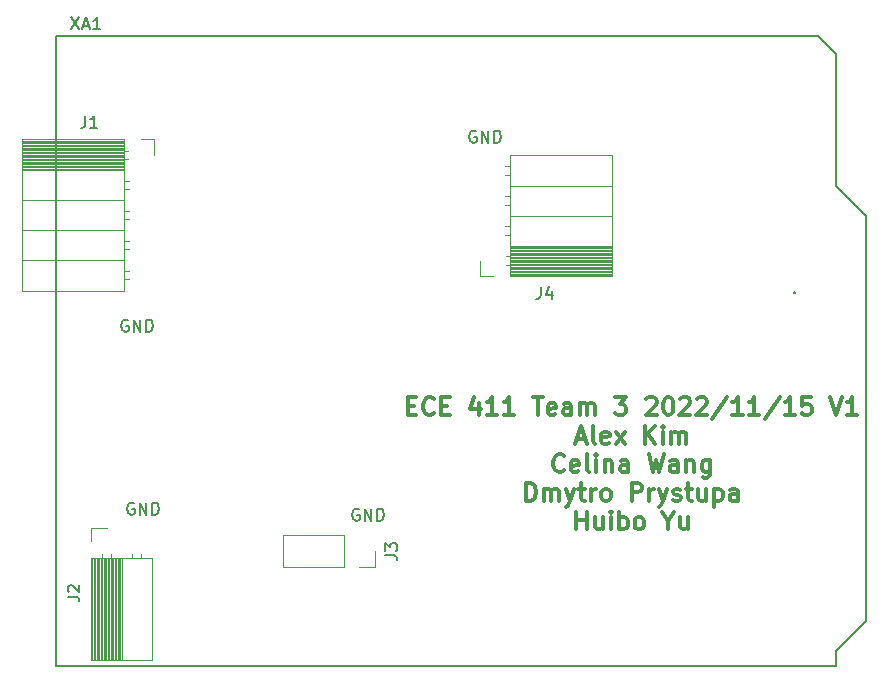
<source format=gbr>
%TF.GenerationSoftware,KiCad,Pcbnew,(6.0.9)*%
%TF.CreationDate,2022-11-16T17:04:13-08:00*%
%TF.ProjectId,ECE 411,45434520-3431-4312-9e6b-696361645f70,rev?*%
%TF.SameCoordinates,Original*%
%TF.FileFunction,Legend,Top*%
%TF.FilePolarity,Positive*%
%FSLAX46Y46*%
G04 Gerber Fmt 4.6, Leading zero omitted, Abs format (unit mm)*
G04 Created by KiCad (PCBNEW (6.0.9)) date 2022-11-16 17:04:13*
%MOMM*%
%LPD*%
G01*
G04 APERTURE LIST*
%ADD10C,0.150000*%
%ADD11C,0.300000*%
%ADD12C,0.120000*%
%ADD13R,1.700000X1.700000*%
%ADD14O,1.700000X1.700000*%
%ADD15C,3.200000*%
%ADD16O,1.727200X1.727200*%
G04 APERTURE END LIST*
D10*
X115062095Y-97544000D02*
X114966857Y-97496380D01*
X114824000Y-97496380D01*
X114681142Y-97544000D01*
X114585904Y-97639238D01*
X114538285Y-97734476D01*
X114490666Y-97924952D01*
X114490666Y-98067809D01*
X114538285Y-98258285D01*
X114585904Y-98353523D01*
X114681142Y-98448761D01*
X114824000Y-98496380D01*
X114919238Y-98496380D01*
X115062095Y-98448761D01*
X115109714Y-98401142D01*
X115109714Y-98067809D01*
X114919238Y-98067809D01*
X115538285Y-98496380D02*
X115538285Y-97496380D01*
X116109714Y-98496380D01*
X116109714Y-97496380D01*
X116585904Y-98496380D02*
X116585904Y-97496380D01*
X116824000Y-97496380D01*
X116966857Y-97544000D01*
X117062095Y-97639238D01*
X117109714Y-97734476D01*
X117157333Y-97924952D01*
X117157333Y-98067809D01*
X117109714Y-98258285D01*
X117062095Y-98353523D01*
X116966857Y-98448761D01*
X116824000Y-98496380D01*
X116585904Y-98496380D01*
X134112095Y-98052000D02*
X134016857Y-98004380D01*
X133874000Y-98004380D01*
X133731142Y-98052000D01*
X133635904Y-98147238D01*
X133588285Y-98242476D01*
X133540666Y-98432952D01*
X133540666Y-98575809D01*
X133588285Y-98766285D01*
X133635904Y-98861523D01*
X133731142Y-98956761D01*
X133874000Y-99004380D01*
X133969238Y-99004380D01*
X134112095Y-98956761D01*
X134159714Y-98909142D01*
X134159714Y-98575809D01*
X133969238Y-98575809D01*
X134588285Y-99004380D02*
X134588285Y-98004380D01*
X135159714Y-99004380D01*
X135159714Y-98004380D01*
X135635904Y-99004380D02*
X135635904Y-98004380D01*
X135874000Y-98004380D01*
X136016857Y-98052000D01*
X136112095Y-98147238D01*
X136159714Y-98242476D01*
X136207333Y-98432952D01*
X136207333Y-98575809D01*
X136159714Y-98766285D01*
X136112095Y-98861523D01*
X136016857Y-98956761D01*
X135874000Y-99004380D01*
X135635904Y-99004380D01*
X114554095Y-82050000D02*
X114458857Y-82002380D01*
X114316000Y-82002380D01*
X114173142Y-82050000D01*
X114077904Y-82145238D01*
X114030285Y-82240476D01*
X113982666Y-82430952D01*
X113982666Y-82573809D01*
X114030285Y-82764285D01*
X114077904Y-82859523D01*
X114173142Y-82954761D01*
X114316000Y-83002380D01*
X114411238Y-83002380D01*
X114554095Y-82954761D01*
X114601714Y-82907142D01*
X114601714Y-82573809D01*
X114411238Y-82573809D01*
X115030285Y-83002380D02*
X115030285Y-82002380D01*
X115601714Y-83002380D01*
X115601714Y-82002380D01*
X116077904Y-83002380D02*
X116077904Y-82002380D01*
X116316000Y-82002380D01*
X116458857Y-82050000D01*
X116554095Y-82145238D01*
X116601714Y-82240476D01*
X116649333Y-82430952D01*
X116649333Y-82573809D01*
X116601714Y-82764285D01*
X116554095Y-82859523D01*
X116458857Y-82954761D01*
X116316000Y-83002380D01*
X116077904Y-83002380D01*
X144018095Y-66048000D02*
X143922857Y-66000380D01*
X143780000Y-66000380D01*
X143637142Y-66048000D01*
X143541904Y-66143238D01*
X143494285Y-66238476D01*
X143446666Y-66428952D01*
X143446666Y-66571809D01*
X143494285Y-66762285D01*
X143541904Y-66857523D01*
X143637142Y-66952761D01*
X143780000Y-67000380D01*
X143875238Y-67000380D01*
X144018095Y-66952761D01*
X144065714Y-66905142D01*
X144065714Y-66571809D01*
X143875238Y-66571809D01*
X144494285Y-67000380D02*
X144494285Y-66000380D01*
X145065714Y-67000380D01*
X145065714Y-66000380D01*
X145541904Y-67000380D02*
X145541904Y-66000380D01*
X145780000Y-66000380D01*
X145922857Y-66048000D01*
X146018095Y-66143238D01*
X146065714Y-66238476D01*
X146113333Y-66428952D01*
X146113333Y-66571809D01*
X146065714Y-66762285D01*
X146018095Y-66857523D01*
X145922857Y-66952761D01*
X145780000Y-67000380D01*
X145541904Y-67000380D01*
D11*
X138226000Y-89296857D02*
X138726000Y-89296857D01*
X138940285Y-90082571D02*
X138226000Y-90082571D01*
X138226000Y-88582571D01*
X138940285Y-88582571D01*
X140440285Y-89939714D02*
X140368857Y-90011142D01*
X140154571Y-90082571D01*
X140011714Y-90082571D01*
X139797428Y-90011142D01*
X139654571Y-89868285D01*
X139583142Y-89725428D01*
X139511714Y-89439714D01*
X139511714Y-89225428D01*
X139583142Y-88939714D01*
X139654571Y-88796857D01*
X139797428Y-88654000D01*
X140011714Y-88582571D01*
X140154571Y-88582571D01*
X140368857Y-88654000D01*
X140440285Y-88725428D01*
X141083142Y-89296857D02*
X141583142Y-89296857D01*
X141797428Y-90082571D02*
X141083142Y-90082571D01*
X141083142Y-88582571D01*
X141797428Y-88582571D01*
X144226000Y-89082571D02*
X144226000Y-90082571D01*
X143868857Y-88511142D02*
X143511714Y-89582571D01*
X144440285Y-89582571D01*
X145797428Y-90082571D02*
X144940285Y-90082571D01*
X145368857Y-90082571D02*
X145368857Y-88582571D01*
X145226000Y-88796857D01*
X145083142Y-88939714D01*
X144940285Y-89011142D01*
X147226000Y-90082571D02*
X146368857Y-90082571D01*
X146797428Y-90082571D02*
X146797428Y-88582571D01*
X146654571Y-88796857D01*
X146511714Y-88939714D01*
X146368857Y-89011142D01*
X148797428Y-88582571D02*
X149654571Y-88582571D01*
X149226000Y-90082571D02*
X149226000Y-88582571D01*
X150726000Y-90011142D02*
X150583142Y-90082571D01*
X150297428Y-90082571D01*
X150154571Y-90011142D01*
X150083142Y-89868285D01*
X150083142Y-89296857D01*
X150154571Y-89154000D01*
X150297428Y-89082571D01*
X150583142Y-89082571D01*
X150726000Y-89154000D01*
X150797428Y-89296857D01*
X150797428Y-89439714D01*
X150083142Y-89582571D01*
X152083142Y-90082571D02*
X152083142Y-89296857D01*
X152011714Y-89154000D01*
X151868857Y-89082571D01*
X151583142Y-89082571D01*
X151440285Y-89154000D01*
X152083142Y-90011142D02*
X151940285Y-90082571D01*
X151583142Y-90082571D01*
X151440285Y-90011142D01*
X151368857Y-89868285D01*
X151368857Y-89725428D01*
X151440285Y-89582571D01*
X151583142Y-89511142D01*
X151940285Y-89511142D01*
X152083142Y-89439714D01*
X152797428Y-90082571D02*
X152797428Y-89082571D01*
X152797428Y-89225428D02*
X152868857Y-89154000D01*
X153011714Y-89082571D01*
X153226000Y-89082571D01*
X153368857Y-89154000D01*
X153440285Y-89296857D01*
X153440285Y-90082571D01*
X153440285Y-89296857D02*
X153511714Y-89154000D01*
X153654571Y-89082571D01*
X153868857Y-89082571D01*
X154011714Y-89154000D01*
X154083142Y-89296857D01*
X154083142Y-90082571D01*
X155797428Y-88582571D02*
X156726000Y-88582571D01*
X156226000Y-89154000D01*
X156440285Y-89154000D01*
X156583142Y-89225428D01*
X156654571Y-89296857D01*
X156726000Y-89439714D01*
X156726000Y-89796857D01*
X156654571Y-89939714D01*
X156583142Y-90011142D01*
X156440285Y-90082571D01*
X156011714Y-90082571D01*
X155868857Y-90011142D01*
X155797428Y-89939714D01*
X158440285Y-88725428D02*
X158511714Y-88654000D01*
X158654571Y-88582571D01*
X159011714Y-88582571D01*
X159154571Y-88654000D01*
X159226000Y-88725428D01*
X159297428Y-88868285D01*
X159297428Y-89011142D01*
X159226000Y-89225428D01*
X158368857Y-90082571D01*
X159297428Y-90082571D01*
X160226000Y-88582571D02*
X160368857Y-88582571D01*
X160511714Y-88654000D01*
X160583142Y-88725428D01*
X160654571Y-88868285D01*
X160726000Y-89154000D01*
X160726000Y-89511142D01*
X160654571Y-89796857D01*
X160583142Y-89939714D01*
X160511714Y-90011142D01*
X160368857Y-90082571D01*
X160226000Y-90082571D01*
X160083142Y-90011142D01*
X160011714Y-89939714D01*
X159940285Y-89796857D01*
X159868857Y-89511142D01*
X159868857Y-89154000D01*
X159940285Y-88868285D01*
X160011714Y-88725428D01*
X160083142Y-88654000D01*
X160226000Y-88582571D01*
X161297428Y-88725428D02*
X161368857Y-88654000D01*
X161511714Y-88582571D01*
X161868857Y-88582571D01*
X162011714Y-88654000D01*
X162083142Y-88725428D01*
X162154571Y-88868285D01*
X162154571Y-89011142D01*
X162083142Y-89225428D01*
X161226000Y-90082571D01*
X162154571Y-90082571D01*
X162726000Y-88725428D02*
X162797428Y-88654000D01*
X162940285Y-88582571D01*
X163297428Y-88582571D01*
X163440285Y-88654000D01*
X163511714Y-88725428D01*
X163583142Y-88868285D01*
X163583142Y-89011142D01*
X163511714Y-89225428D01*
X162654571Y-90082571D01*
X163583142Y-90082571D01*
X165297428Y-88511142D02*
X164011714Y-90439714D01*
X166583142Y-90082571D02*
X165726000Y-90082571D01*
X166154571Y-90082571D02*
X166154571Y-88582571D01*
X166011714Y-88796857D01*
X165868857Y-88939714D01*
X165726000Y-89011142D01*
X168011714Y-90082571D02*
X167154571Y-90082571D01*
X167583142Y-90082571D02*
X167583142Y-88582571D01*
X167440285Y-88796857D01*
X167297428Y-88939714D01*
X167154571Y-89011142D01*
X169726000Y-88511142D02*
X168440285Y-90439714D01*
X171011714Y-90082571D02*
X170154571Y-90082571D01*
X170583142Y-90082571D02*
X170583142Y-88582571D01*
X170440285Y-88796857D01*
X170297428Y-88939714D01*
X170154571Y-89011142D01*
X172368857Y-88582571D02*
X171654571Y-88582571D01*
X171583142Y-89296857D01*
X171654571Y-89225428D01*
X171797428Y-89154000D01*
X172154571Y-89154000D01*
X172297428Y-89225428D01*
X172368857Y-89296857D01*
X172440285Y-89439714D01*
X172440285Y-89796857D01*
X172368857Y-89939714D01*
X172297428Y-90011142D01*
X172154571Y-90082571D01*
X171797428Y-90082571D01*
X171654571Y-90011142D01*
X171583142Y-89939714D01*
X174011714Y-88582571D02*
X174511714Y-90082571D01*
X175011714Y-88582571D01*
X176297428Y-90082571D02*
X175440285Y-90082571D01*
X175868857Y-90082571D02*
X175868857Y-88582571D01*
X175726000Y-88796857D01*
X175583142Y-88939714D01*
X175440285Y-89011142D01*
X152547428Y-92069000D02*
X153261714Y-92069000D01*
X152404571Y-92497571D02*
X152904571Y-90997571D01*
X153404571Y-92497571D01*
X154118857Y-92497571D02*
X153976000Y-92426142D01*
X153904571Y-92283285D01*
X153904571Y-90997571D01*
X155261714Y-92426142D02*
X155118857Y-92497571D01*
X154833142Y-92497571D01*
X154690285Y-92426142D01*
X154618857Y-92283285D01*
X154618857Y-91711857D01*
X154690285Y-91569000D01*
X154833142Y-91497571D01*
X155118857Y-91497571D01*
X155261714Y-91569000D01*
X155333142Y-91711857D01*
X155333142Y-91854714D01*
X154618857Y-91997571D01*
X155833142Y-92497571D02*
X156618857Y-91497571D01*
X155833142Y-91497571D02*
X156618857Y-92497571D01*
X158333142Y-92497571D02*
X158333142Y-90997571D01*
X159190285Y-92497571D02*
X158547428Y-91640428D01*
X159190285Y-90997571D02*
X158333142Y-91854714D01*
X159833142Y-92497571D02*
X159833142Y-91497571D01*
X159833142Y-90997571D02*
X159761714Y-91069000D01*
X159833142Y-91140428D01*
X159904571Y-91069000D01*
X159833142Y-90997571D01*
X159833142Y-91140428D01*
X160547428Y-92497571D02*
X160547428Y-91497571D01*
X160547428Y-91640428D02*
X160618857Y-91569000D01*
X160761714Y-91497571D01*
X160976000Y-91497571D01*
X161118857Y-91569000D01*
X161190285Y-91711857D01*
X161190285Y-92497571D01*
X161190285Y-91711857D02*
X161261714Y-91569000D01*
X161404571Y-91497571D01*
X161618857Y-91497571D01*
X161761714Y-91569000D01*
X161833142Y-91711857D01*
X161833142Y-92497571D01*
X151476000Y-94769714D02*
X151404571Y-94841142D01*
X151190285Y-94912571D01*
X151047428Y-94912571D01*
X150833142Y-94841142D01*
X150690285Y-94698285D01*
X150618857Y-94555428D01*
X150547428Y-94269714D01*
X150547428Y-94055428D01*
X150618857Y-93769714D01*
X150690285Y-93626857D01*
X150833142Y-93484000D01*
X151047428Y-93412571D01*
X151190285Y-93412571D01*
X151404571Y-93484000D01*
X151476000Y-93555428D01*
X152690285Y-94841142D02*
X152547428Y-94912571D01*
X152261714Y-94912571D01*
X152118857Y-94841142D01*
X152047428Y-94698285D01*
X152047428Y-94126857D01*
X152118857Y-93984000D01*
X152261714Y-93912571D01*
X152547428Y-93912571D01*
X152690285Y-93984000D01*
X152761714Y-94126857D01*
X152761714Y-94269714D01*
X152047428Y-94412571D01*
X153618857Y-94912571D02*
X153476000Y-94841142D01*
X153404571Y-94698285D01*
X153404571Y-93412571D01*
X154190285Y-94912571D02*
X154190285Y-93912571D01*
X154190285Y-93412571D02*
X154118857Y-93484000D01*
X154190285Y-93555428D01*
X154261714Y-93484000D01*
X154190285Y-93412571D01*
X154190285Y-93555428D01*
X154904571Y-93912571D02*
X154904571Y-94912571D01*
X154904571Y-94055428D02*
X154976000Y-93984000D01*
X155118857Y-93912571D01*
X155333142Y-93912571D01*
X155476000Y-93984000D01*
X155547428Y-94126857D01*
X155547428Y-94912571D01*
X156904571Y-94912571D02*
X156904571Y-94126857D01*
X156833142Y-93984000D01*
X156690285Y-93912571D01*
X156404571Y-93912571D01*
X156261714Y-93984000D01*
X156904571Y-94841142D02*
X156761714Y-94912571D01*
X156404571Y-94912571D01*
X156261714Y-94841142D01*
X156190285Y-94698285D01*
X156190285Y-94555428D01*
X156261714Y-94412571D01*
X156404571Y-94341142D01*
X156761714Y-94341142D01*
X156904571Y-94269714D01*
X158618857Y-93412571D02*
X158976000Y-94912571D01*
X159261714Y-93841142D01*
X159547428Y-94912571D01*
X159904571Y-93412571D01*
X161118857Y-94912571D02*
X161118857Y-94126857D01*
X161047428Y-93984000D01*
X160904571Y-93912571D01*
X160618857Y-93912571D01*
X160476000Y-93984000D01*
X161118857Y-94841142D02*
X160976000Y-94912571D01*
X160618857Y-94912571D01*
X160476000Y-94841142D01*
X160404571Y-94698285D01*
X160404571Y-94555428D01*
X160476000Y-94412571D01*
X160618857Y-94341142D01*
X160976000Y-94341142D01*
X161118857Y-94269714D01*
X161833142Y-93912571D02*
X161833142Y-94912571D01*
X161833142Y-94055428D02*
X161904571Y-93984000D01*
X162047428Y-93912571D01*
X162261714Y-93912571D01*
X162404571Y-93984000D01*
X162476000Y-94126857D01*
X162476000Y-94912571D01*
X163833142Y-93912571D02*
X163833142Y-95126857D01*
X163761714Y-95269714D01*
X163690285Y-95341142D01*
X163547428Y-95412571D01*
X163333142Y-95412571D01*
X163190285Y-95341142D01*
X163833142Y-94841142D02*
X163690285Y-94912571D01*
X163404571Y-94912571D01*
X163261714Y-94841142D01*
X163190285Y-94769714D01*
X163118857Y-94626857D01*
X163118857Y-94198285D01*
X163190285Y-94055428D01*
X163261714Y-93984000D01*
X163404571Y-93912571D01*
X163690285Y-93912571D01*
X163833142Y-93984000D01*
X148261714Y-97327571D02*
X148261714Y-95827571D01*
X148618857Y-95827571D01*
X148833142Y-95899000D01*
X148976000Y-96041857D01*
X149047428Y-96184714D01*
X149118857Y-96470428D01*
X149118857Y-96684714D01*
X149047428Y-96970428D01*
X148976000Y-97113285D01*
X148833142Y-97256142D01*
X148618857Y-97327571D01*
X148261714Y-97327571D01*
X149761714Y-97327571D02*
X149761714Y-96327571D01*
X149761714Y-96470428D02*
X149833142Y-96399000D01*
X149976000Y-96327571D01*
X150190285Y-96327571D01*
X150333142Y-96399000D01*
X150404571Y-96541857D01*
X150404571Y-97327571D01*
X150404571Y-96541857D02*
X150476000Y-96399000D01*
X150618857Y-96327571D01*
X150833142Y-96327571D01*
X150976000Y-96399000D01*
X151047428Y-96541857D01*
X151047428Y-97327571D01*
X151618857Y-96327571D02*
X151976000Y-97327571D01*
X152333142Y-96327571D02*
X151976000Y-97327571D01*
X151833142Y-97684714D01*
X151761714Y-97756142D01*
X151618857Y-97827571D01*
X152690285Y-96327571D02*
X153261714Y-96327571D01*
X152904571Y-95827571D02*
X152904571Y-97113285D01*
X152976000Y-97256142D01*
X153118857Y-97327571D01*
X153261714Y-97327571D01*
X153761714Y-97327571D02*
X153761714Y-96327571D01*
X153761714Y-96613285D02*
X153833142Y-96470428D01*
X153904571Y-96399000D01*
X154047428Y-96327571D01*
X154190285Y-96327571D01*
X154904571Y-97327571D02*
X154761714Y-97256142D01*
X154690285Y-97184714D01*
X154618857Y-97041857D01*
X154618857Y-96613285D01*
X154690285Y-96470428D01*
X154761714Y-96399000D01*
X154904571Y-96327571D01*
X155118857Y-96327571D01*
X155261714Y-96399000D01*
X155333142Y-96470428D01*
X155404571Y-96613285D01*
X155404571Y-97041857D01*
X155333142Y-97184714D01*
X155261714Y-97256142D01*
X155118857Y-97327571D01*
X154904571Y-97327571D01*
X157190285Y-97327571D02*
X157190285Y-95827571D01*
X157761714Y-95827571D01*
X157904571Y-95899000D01*
X157976000Y-95970428D01*
X158047428Y-96113285D01*
X158047428Y-96327571D01*
X157976000Y-96470428D01*
X157904571Y-96541857D01*
X157761714Y-96613285D01*
X157190285Y-96613285D01*
X158690285Y-97327571D02*
X158690285Y-96327571D01*
X158690285Y-96613285D02*
X158761714Y-96470428D01*
X158833142Y-96399000D01*
X158976000Y-96327571D01*
X159118857Y-96327571D01*
X159476000Y-96327571D02*
X159833142Y-97327571D01*
X160190285Y-96327571D02*
X159833142Y-97327571D01*
X159690285Y-97684714D01*
X159618857Y-97756142D01*
X159476000Y-97827571D01*
X160690285Y-97256142D02*
X160833142Y-97327571D01*
X161118857Y-97327571D01*
X161261714Y-97256142D01*
X161333142Y-97113285D01*
X161333142Y-97041857D01*
X161261714Y-96899000D01*
X161118857Y-96827571D01*
X160904571Y-96827571D01*
X160761714Y-96756142D01*
X160690285Y-96613285D01*
X160690285Y-96541857D01*
X160761714Y-96399000D01*
X160904571Y-96327571D01*
X161118857Y-96327571D01*
X161261714Y-96399000D01*
X161761714Y-96327571D02*
X162333142Y-96327571D01*
X161976000Y-95827571D02*
X161976000Y-97113285D01*
X162047428Y-97256142D01*
X162190285Y-97327571D01*
X162333142Y-97327571D01*
X163476000Y-96327571D02*
X163476000Y-97327571D01*
X162833142Y-96327571D02*
X162833142Y-97113285D01*
X162904571Y-97256142D01*
X163047428Y-97327571D01*
X163261714Y-97327571D01*
X163404571Y-97256142D01*
X163476000Y-97184714D01*
X164190285Y-96327571D02*
X164190285Y-97827571D01*
X164190285Y-96399000D02*
X164333142Y-96327571D01*
X164618857Y-96327571D01*
X164761714Y-96399000D01*
X164833142Y-96470428D01*
X164904571Y-96613285D01*
X164904571Y-97041857D01*
X164833142Y-97184714D01*
X164761714Y-97256142D01*
X164618857Y-97327571D01*
X164333142Y-97327571D01*
X164190285Y-97256142D01*
X166190285Y-97327571D02*
X166190285Y-96541857D01*
X166118857Y-96399000D01*
X165976000Y-96327571D01*
X165690285Y-96327571D01*
X165547428Y-96399000D01*
X166190285Y-97256142D02*
X166047428Y-97327571D01*
X165690285Y-97327571D01*
X165547428Y-97256142D01*
X165476000Y-97113285D01*
X165476000Y-96970428D01*
X165547428Y-96827571D01*
X165690285Y-96756142D01*
X166047428Y-96756142D01*
X166190285Y-96684714D01*
X152511714Y-99742571D02*
X152511714Y-98242571D01*
X152511714Y-98956857D02*
X153368857Y-98956857D01*
X153368857Y-99742571D02*
X153368857Y-98242571D01*
X154726000Y-98742571D02*
X154726000Y-99742571D01*
X154083142Y-98742571D02*
X154083142Y-99528285D01*
X154154571Y-99671142D01*
X154297428Y-99742571D01*
X154511714Y-99742571D01*
X154654571Y-99671142D01*
X154726000Y-99599714D01*
X155440285Y-99742571D02*
X155440285Y-98742571D01*
X155440285Y-98242571D02*
X155368857Y-98314000D01*
X155440285Y-98385428D01*
X155511714Y-98314000D01*
X155440285Y-98242571D01*
X155440285Y-98385428D01*
X156154571Y-99742571D02*
X156154571Y-98242571D01*
X156154571Y-98814000D02*
X156297428Y-98742571D01*
X156583142Y-98742571D01*
X156726000Y-98814000D01*
X156797428Y-98885428D01*
X156868857Y-99028285D01*
X156868857Y-99456857D01*
X156797428Y-99599714D01*
X156726000Y-99671142D01*
X156583142Y-99742571D01*
X156297428Y-99742571D01*
X156154571Y-99671142D01*
X157726000Y-99742571D02*
X157583142Y-99671142D01*
X157511714Y-99599714D01*
X157440285Y-99456857D01*
X157440285Y-99028285D01*
X157511714Y-98885428D01*
X157583142Y-98814000D01*
X157726000Y-98742571D01*
X157940285Y-98742571D01*
X158083142Y-98814000D01*
X158154571Y-98885428D01*
X158226000Y-99028285D01*
X158226000Y-99456857D01*
X158154571Y-99599714D01*
X158083142Y-99671142D01*
X157940285Y-99742571D01*
X157726000Y-99742571D01*
X160297428Y-99028285D02*
X160297428Y-99742571D01*
X159797428Y-98242571D02*
X160297428Y-99028285D01*
X160797428Y-98242571D01*
X161940285Y-98742571D02*
X161940285Y-99742571D01*
X161297428Y-98742571D02*
X161297428Y-99528285D01*
X161368857Y-99671142D01*
X161511714Y-99742571D01*
X161726000Y-99742571D01*
X161868857Y-99671142D01*
X161940285Y-99599714D01*
D10*
%TO.C,J1*%
X110938666Y-64734380D02*
X110938666Y-65448666D01*
X110891047Y-65591523D01*
X110795809Y-65686761D01*
X110652952Y-65734380D01*
X110557714Y-65734380D01*
X111938666Y-65734380D02*
X111367238Y-65734380D01*
X111652952Y-65734380D02*
X111652952Y-64734380D01*
X111557714Y-64877238D01*
X111462476Y-64972476D01*
X111367238Y-65020095D01*
%TO.C,J4*%
X149506666Y-79224380D02*
X149506666Y-79938666D01*
X149459047Y-80081523D01*
X149363809Y-80176761D01*
X149220952Y-80224380D01*
X149125714Y-80224380D01*
X150411428Y-79557714D02*
X150411428Y-80224380D01*
X150173333Y-79176761D02*
X149935238Y-79891047D01*
X150554285Y-79891047D01*
%TO.C,J3*%
X136334380Y-101933333D02*
X137048666Y-101933333D01*
X137191523Y-101980952D01*
X137286761Y-102076190D01*
X137334380Y-102219047D01*
X137334380Y-102314285D01*
X136334380Y-101552380D02*
X136334380Y-100933333D01*
X136715333Y-101266666D01*
X136715333Y-101123809D01*
X136762952Y-101028571D01*
X136810571Y-100980952D01*
X136905809Y-100933333D01*
X137143904Y-100933333D01*
X137239142Y-100980952D01*
X137286761Y-101028571D01*
X137334380Y-101123809D01*
X137334380Y-101409523D01*
X137286761Y-101504761D01*
X137239142Y-101552380D01*
%TO.C,J2*%
X109428380Y-105469333D02*
X110142666Y-105469333D01*
X110285523Y-105516952D01*
X110380761Y-105612190D01*
X110428380Y-105755047D01*
X110428380Y-105850285D01*
X109523619Y-105040761D02*
X109476000Y-104993142D01*
X109428380Y-104897904D01*
X109428380Y-104659809D01*
X109476000Y-104564571D01*
X109523619Y-104516952D01*
X109618857Y-104469333D01*
X109714095Y-104469333D01*
X109856952Y-104516952D01*
X110428380Y-105088380D01*
X110428380Y-104469333D01*
%TO.C,XA1*%
X109761904Y-56406380D02*
X110428571Y-57406380D01*
X110428571Y-56406380D02*
X109761904Y-57406380D01*
X110761904Y-57120666D02*
X111238095Y-57120666D01*
X110666666Y-57406380D02*
X111000000Y-56406380D01*
X111333333Y-57406380D01*
X112190476Y-57406380D02*
X111619047Y-57406380D01*
X111904761Y-57406380D02*
X111904761Y-56406380D01*
X111809523Y-56549238D01*
X111714285Y-56644476D01*
X111619047Y-56692095D01*
X170944000Y-79663142D02*
X170991619Y-79710761D01*
X170944000Y-79758380D01*
X170896380Y-79710761D01*
X170944000Y-79663142D01*
X170944000Y-79758380D01*
D12*
%TO.C,J1*%
X105562000Y-68731520D02*
X114192000Y-68731520D01*
X116762000Y-66722000D02*
X116762000Y-68052000D01*
X114192000Y-77852000D02*
X114602000Y-77852000D01*
X105562000Y-68259140D02*
X114192000Y-68259140D01*
X105562000Y-66722000D02*
X105562000Y-79542000D01*
X105562000Y-67904855D02*
X114192000Y-67904855D01*
X105562000Y-74402000D02*
X114192000Y-74402000D01*
X114192000Y-75312000D02*
X114602000Y-75312000D01*
X105562000Y-68022950D02*
X114192000Y-68022950D01*
X114192000Y-70232000D02*
X114602000Y-70232000D01*
X105562000Y-69203900D02*
X114192000Y-69203900D01*
X115652000Y-66722000D02*
X116762000Y-66722000D01*
X105562000Y-68377235D02*
X114192000Y-68377235D01*
X105562000Y-66722000D02*
X114192000Y-66722000D01*
X105562000Y-66960095D02*
X114192000Y-66960095D01*
X105562000Y-69085805D02*
X114192000Y-69085805D01*
X105562000Y-71862000D02*
X114192000Y-71862000D01*
X114192000Y-72772000D02*
X114602000Y-72772000D01*
X114192000Y-78572000D02*
X114602000Y-78572000D01*
X114192000Y-70952000D02*
X114602000Y-70952000D01*
X105562000Y-68495330D02*
X114192000Y-68495330D01*
X105562000Y-76942000D02*
X114192000Y-76942000D01*
X105562000Y-67314380D02*
X114192000Y-67314380D01*
X105562000Y-67786760D02*
X114192000Y-67786760D01*
X105562000Y-68141045D02*
X114192000Y-68141045D01*
X105562000Y-67668665D02*
X114192000Y-67668665D01*
X114192000Y-67692000D02*
X114542000Y-67692000D01*
X105562000Y-69322000D02*
X114192000Y-69322000D01*
X114192000Y-66722000D02*
X114192000Y-79542000D01*
X105562000Y-66842000D02*
X114192000Y-66842000D01*
X114192000Y-68412000D02*
X114542000Y-68412000D01*
X114192000Y-76032000D02*
X114602000Y-76032000D01*
X105562000Y-67550570D02*
X114192000Y-67550570D01*
X105562000Y-67078190D02*
X114192000Y-67078190D01*
X114192000Y-73492000D02*
X114602000Y-73492000D01*
X105562000Y-67432475D02*
X114192000Y-67432475D01*
X105562000Y-68613425D02*
X114192000Y-68613425D01*
X105562000Y-79542000D02*
X114192000Y-79542000D01*
X105562000Y-67196285D02*
X114192000Y-67196285D01*
X105562000Y-68849615D02*
X114192000Y-68849615D01*
X105562000Y-68967710D02*
X114192000Y-68967710D01*
%TO.C,J4*%
X155550000Y-75732000D02*
X146920000Y-75732000D01*
X155550000Y-76322480D02*
X146920000Y-76322480D01*
X155550000Y-77267240D02*
X146920000Y-77267240D01*
X155550000Y-76912955D02*
X146920000Y-76912955D01*
X155550000Y-75850100D02*
X146920000Y-75850100D01*
X146920000Y-69742000D02*
X146510000Y-69742000D01*
X155550000Y-77621525D02*
X146920000Y-77621525D01*
X155550000Y-76086290D02*
X146920000Y-76086290D01*
X155550000Y-78332000D02*
X155550000Y-68052000D01*
X155550000Y-75968195D02*
X146920000Y-75968195D01*
X146920000Y-74822000D02*
X146510000Y-74822000D01*
X146920000Y-69022000D02*
X146510000Y-69022000D01*
X146920000Y-78332000D02*
X146920000Y-68052000D01*
X155550000Y-77503430D02*
X146920000Y-77503430D01*
X155550000Y-76794860D02*
X146920000Y-76794860D01*
X155550000Y-77031050D02*
X146920000Y-77031050D01*
X146920000Y-77362000D02*
X146570000Y-77362000D01*
X146920000Y-76642000D02*
X146570000Y-76642000D01*
X146920000Y-72282000D02*
X146510000Y-72282000D01*
X155550000Y-77385335D02*
X146920000Y-77385335D01*
X155550000Y-77739620D02*
X146920000Y-77739620D01*
X146920000Y-71562000D02*
X146510000Y-71562000D01*
X145460000Y-78332000D02*
X144350000Y-78332000D01*
X155550000Y-76204385D02*
X146920000Y-76204385D01*
X155550000Y-70652000D02*
X146920000Y-70652000D01*
X155550000Y-77857715D02*
X146920000Y-77857715D01*
X146920000Y-74102000D02*
X146510000Y-74102000D01*
X155550000Y-78332000D02*
X146920000Y-78332000D01*
X155550000Y-68052000D02*
X146920000Y-68052000D01*
X155550000Y-77149145D02*
X146920000Y-77149145D01*
X155550000Y-76440575D02*
X146920000Y-76440575D01*
X155550000Y-77975810D02*
X146920000Y-77975810D01*
X155550000Y-73192000D02*
X146920000Y-73192000D01*
X155550000Y-78212000D02*
X146920000Y-78212000D01*
X144350000Y-78332000D02*
X144350000Y-77002000D01*
X155550000Y-76676765D02*
X146920000Y-76676765D01*
X155550000Y-78093905D02*
X146920000Y-78093905D01*
X155550000Y-76558670D02*
X146920000Y-76558670D01*
%TO.C,J3*%
X135442000Y-101600000D02*
X135442000Y-102930000D01*
X135442000Y-102930000D02*
X134112000Y-102930000D01*
X132842000Y-100270000D02*
X132842000Y-102930000D01*
X132842000Y-102930000D02*
X127702000Y-102930000D01*
X127702000Y-100270000D02*
X127702000Y-102930000D01*
X132842000Y-100270000D02*
X127702000Y-100270000D01*
%TO.C,J2*%
X111772190Y-110846000D02*
X111772190Y-102216000D01*
X112953140Y-110846000D02*
X112953140Y-102216000D01*
X111416000Y-110846000D02*
X116616000Y-110846000D01*
X111416000Y-102216000D02*
X116616000Y-102216000D01*
X113543615Y-110846000D02*
X113543615Y-102216000D01*
X115646000Y-102216000D02*
X115646000Y-101806000D01*
X112716950Y-110846000D02*
X112716950Y-102216000D01*
X113425520Y-110846000D02*
X113425520Y-102216000D01*
X112598855Y-110846000D02*
X112598855Y-102216000D01*
X113307425Y-110846000D02*
X113307425Y-102216000D01*
X113779805Y-110846000D02*
X113779805Y-102216000D01*
X112480760Y-110846000D02*
X112480760Y-102216000D01*
X116616000Y-110846000D02*
X116616000Y-102216000D01*
X112835045Y-110846000D02*
X112835045Y-102216000D01*
X112386000Y-102216000D02*
X112386000Y-101866000D01*
X113897900Y-110846000D02*
X113897900Y-102216000D01*
X111416000Y-110846000D02*
X111416000Y-102216000D01*
X112362665Y-110846000D02*
X112362665Y-102216000D01*
X114926000Y-102216000D02*
X114926000Y-101806000D01*
X112008380Y-110846000D02*
X112008380Y-102216000D01*
X114016000Y-110846000D02*
X114016000Y-102216000D01*
X111890285Y-110846000D02*
X111890285Y-102216000D01*
X111416000Y-99646000D02*
X112746000Y-99646000D01*
X113189330Y-110846000D02*
X113189330Y-102216000D01*
X113661710Y-110846000D02*
X113661710Y-102216000D01*
X111536000Y-110846000D02*
X111536000Y-102216000D01*
X111416000Y-100756000D02*
X111416000Y-99646000D01*
X111654095Y-110846000D02*
X111654095Y-102216000D01*
X112126475Y-110846000D02*
X112126475Y-102216000D01*
X113106000Y-102216000D02*
X113106000Y-101866000D01*
X113071235Y-110846000D02*
X113071235Y-102216000D01*
X112244570Y-110846000D02*
X112244570Y-102216000D01*
D10*
%TO.C,XA1*%
X108460000Y-111310000D02*
X174500000Y-111310000D01*
X108460000Y-57970000D02*
X108460000Y-111310000D01*
X174500000Y-110040000D02*
X177040000Y-107500000D01*
X108460000Y-57970000D02*
X172976000Y-57970000D01*
X172976000Y-57970000D02*
X174500000Y-59494000D01*
X177040000Y-107500000D02*
X177040000Y-73210000D01*
X174500000Y-70670000D02*
X174500000Y-59494000D01*
X177040000Y-73210000D02*
X174500000Y-70670000D01*
X174500000Y-111310000D02*
X174500000Y-110040000D01*
%TD*%
%LPC*%
D13*
%TO.C,J1*%
X115652000Y-68052000D03*
D14*
X115652000Y-70592000D03*
X115652000Y-73132000D03*
X115652000Y-75672000D03*
X115652000Y-78212000D03*
%TD*%
D13*
%TO.C,J4*%
X145460000Y-77002000D03*
D14*
X145460000Y-74462000D03*
X145460000Y-71922000D03*
X145460000Y-69382000D03*
%TD*%
D13*
%TO.C,J3*%
X134112000Y-101600000D03*
D14*
X131572000Y-101600000D03*
X129032000Y-101600000D03*
%TD*%
D13*
%TO.C,J2*%
X112746000Y-100756000D03*
D14*
X115286000Y-100756000D03*
%TD*%
D15*
%TO.C,XA1*%
X122430000Y-108770000D03*
X174500000Y-103690000D03*
X123700000Y-60510000D03*
X174500000Y-75750000D03*
D16*
X136400000Y-108770000D03*
X144020000Y-108770000D03*
X146560000Y-108770000D03*
X174627000Y-80830000D03*
X159260000Y-108770000D03*
X161800000Y-108770000D03*
X164340000Y-108770000D03*
X166880000Y-108770000D03*
X169420000Y-108770000D03*
X171960000Y-108770000D03*
X132336000Y-60510000D03*
X171960000Y-60510000D03*
X169420000Y-60510000D03*
X166880000Y-60510000D03*
X164340000Y-60510000D03*
X161800000Y-60510000D03*
X159260000Y-60510000D03*
X156720000Y-60510000D03*
X154180000Y-60510000D03*
X150116000Y-60510000D03*
X147576000Y-60510000D03*
X145036000Y-60510000D03*
X142496000Y-60510000D03*
X139956000Y-60510000D03*
X137416000Y-60510000D03*
X134876000Y-60510000D03*
X149100000Y-108770000D03*
X151640000Y-108770000D03*
X174627000Y-85910000D03*
X138940000Y-108770000D03*
X172087000Y-80830000D03*
X174627000Y-83370000D03*
X141480000Y-108770000D03*
X172087000Y-85910000D03*
X172087000Y-83370000D03*
X127256000Y-60510000D03*
X129796000Y-60510000D03*
X154180000Y-108770000D03*
%TD*%
M02*

</source>
